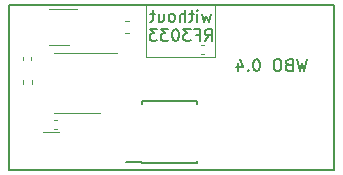
<source format=gbo>
G04 #@! TF.GenerationSoftware,KiCad,Pcbnew,(6.0.8)*
G04 #@! TF.CreationDate,2022-12-14T13:47:10+03:00*
G04 #@! TF.ProjectId,hellen1-wbo,68656c6c-656e-4312-9d77-626f2e6b6963,0.3*
G04 #@! TF.SameCoordinates,PX4a19ba0PY5aa5910*
G04 #@! TF.FileFunction,Legend,Bot*
G04 #@! TF.FilePolarity,Positive*
%FSLAX46Y46*%
G04 Gerber Fmt 4.6, Leading zero omitted, Abs format (unit mm)*
G04 Created by KiCad (PCBNEW (6.0.8)) date 2022-12-14 13:47:10*
%MOMM*%
%LPD*%
G01*
G04 APERTURE LIST*
%ADD10C,0.120000*%
%ADD11C,0.150000*%
%ADD12C,0.200000*%
G04 APERTURE END LIST*
D10*
X17500000Y9650000D02*
X11700000Y9650000D01*
X17500000Y9650000D02*
X17500000Y14015000D01*
X11700000Y9650000D02*
X11700000Y13990000D01*
D11*
X17167619Y13289286D02*
X16977142Y12622620D01*
X16786666Y13098810D01*
X16596190Y12622620D01*
X16405714Y13289286D01*
X16024761Y12622620D02*
X16024761Y13289286D01*
X16024761Y13622620D02*
X16072380Y13575000D01*
X16024761Y13527381D01*
X15977142Y13575000D01*
X16024761Y13622620D01*
X16024761Y13527381D01*
X15691428Y13289286D02*
X15310476Y13289286D01*
X15548571Y13622620D02*
X15548571Y12765477D01*
X15500952Y12670239D01*
X15405714Y12622620D01*
X15310476Y12622620D01*
X14977142Y12622620D02*
X14977142Y13622620D01*
X14548571Y12622620D02*
X14548571Y13146429D01*
X14596190Y13241667D01*
X14691428Y13289286D01*
X14834285Y13289286D01*
X14929523Y13241667D01*
X14977142Y13194048D01*
X13929523Y12622620D02*
X14024761Y12670239D01*
X14072380Y12717858D01*
X14120000Y12813096D01*
X14120000Y13098810D01*
X14072380Y13194048D01*
X14024761Y13241667D01*
X13929523Y13289286D01*
X13786666Y13289286D01*
X13691428Y13241667D01*
X13643809Y13194048D01*
X13596190Y13098810D01*
X13596190Y12813096D01*
X13643809Y12717858D01*
X13691428Y12670239D01*
X13786666Y12622620D01*
X13929523Y12622620D01*
X12739047Y13289286D02*
X12739047Y12622620D01*
X13167619Y13289286D02*
X13167619Y12765477D01*
X13120000Y12670239D01*
X13024761Y12622620D01*
X12881904Y12622620D01*
X12786666Y12670239D01*
X12739047Y12717858D01*
X12405714Y13289286D02*
X12024761Y13289286D01*
X12262857Y13622620D02*
X12262857Y12765477D01*
X12215238Y12670239D01*
X12120000Y12622620D01*
X12024761Y12622620D01*
X16643809Y11012620D02*
X16977142Y11488810D01*
X17215238Y11012620D02*
X17215238Y12012620D01*
X16834285Y12012620D01*
X16739047Y11965000D01*
X16691428Y11917381D01*
X16643809Y11822143D01*
X16643809Y11679286D01*
X16691428Y11584048D01*
X16739047Y11536429D01*
X16834285Y11488810D01*
X17215238Y11488810D01*
X15881904Y11536429D02*
X16215238Y11536429D01*
X16215238Y11012620D02*
X16215238Y12012620D01*
X15739047Y12012620D01*
X15453333Y12012620D02*
X14834285Y12012620D01*
X15167619Y11631667D01*
X15024761Y11631667D01*
X14929523Y11584048D01*
X14881904Y11536429D01*
X14834285Y11441191D01*
X14834285Y11203096D01*
X14881904Y11107858D01*
X14929523Y11060239D01*
X15024761Y11012620D01*
X15310476Y11012620D01*
X15405714Y11060239D01*
X15453333Y11107858D01*
X14215238Y12012620D02*
X14120000Y12012620D01*
X14024761Y11965000D01*
X13977142Y11917381D01*
X13929523Y11822143D01*
X13881904Y11631667D01*
X13881904Y11393572D01*
X13929523Y11203096D01*
X13977142Y11107858D01*
X14024761Y11060239D01*
X14120000Y11012620D01*
X14215238Y11012620D01*
X14310476Y11060239D01*
X14358095Y11107858D01*
X14405714Y11203096D01*
X14453333Y11393572D01*
X14453333Y11631667D01*
X14405714Y11822143D01*
X14358095Y11917381D01*
X14310476Y11965000D01*
X14215238Y12012620D01*
X13548571Y12012620D02*
X12929523Y12012620D01*
X13262857Y11631667D01*
X13120000Y11631667D01*
X13024761Y11584048D01*
X12977142Y11536429D01*
X12929523Y11441191D01*
X12929523Y11203096D01*
X12977142Y11107858D01*
X13024761Y11060239D01*
X13120000Y11012620D01*
X13405714Y11012620D01*
X13500952Y11060239D01*
X13548571Y11107858D01*
X12596190Y12012620D02*
X11977142Y12012620D01*
X12310476Y11631667D01*
X12167619Y11631667D01*
X12072380Y11584048D01*
X12024761Y11536429D01*
X11977142Y11441191D01*
X11977142Y11203096D01*
X12024761Y11107858D01*
X12072380Y11060239D01*
X12167619Y11012620D01*
X12453333Y11012620D01*
X12548571Y11060239D01*
X12596190Y11107858D01*
X25323809Y9447620D02*
X25085714Y8447620D01*
X24895238Y9161905D01*
X24704761Y8447620D01*
X24466666Y9447620D01*
X23752380Y8971429D02*
X23609523Y8923810D01*
X23561904Y8876191D01*
X23514285Y8780953D01*
X23514285Y8638096D01*
X23561904Y8542858D01*
X23609523Y8495239D01*
X23704761Y8447620D01*
X24085714Y8447620D01*
X24085714Y9447620D01*
X23752380Y9447620D01*
X23657142Y9400000D01*
X23609523Y9352381D01*
X23561904Y9257143D01*
X23561904Y9161905D01*
X23609523Y9066667D01*
X23657142Y9019048D01*
X23752380Y8971429D01*
X24085714Y8971429D01*
X22895238Y9447620D02*
X22704761Y9447620D01*
X22609523Y9400000D01*
X22514285Y9304762D01*
X22466666Y9114286D01*
X22466666Y8780953D01*
X22514285Y8590477D01*
X22609523Y8495239D01*
X22704761Y8447620D01*
X22895238Y8447620D01*
X22990476Y8495239D01*
X23085714Y8590477D01*
X23133333Y8780953D01*
X23133333Y9114286D01*
X23085714Y9304762D01*
X22990476Y9400000D01*
X22895238Y9447620D01*
X21085714Y9447620D02*
X20990476Y9447620D01*
X20895238Y9400000D01*
X20847619Y9352381D01*
X20800000Y9257143D01*
X20752380Y9066667D01*
X20752380Y8828572D01*
X20800000Y8638096D01*
X20847619Y8542858D01*
X20895238Y8495239D01*
X20990476Y8447620D01*
X21085714Y8447620D01*
X21180952Y8495239D01*
X21228571Y8542858D01*
X21276190Y8638096D01*
X21323809Y8828572D01*
X21323809Y9066667D01*
X21276190Y9257143D01*
X21228571Y9352381D01*
X21180952Y9400000D01*
X21085714Y9447620D01*
X20323809Y8542858D02*
X20276190Y8495239D01*
X20323809Y8447620D01*
X20371428Y8495239D01*
X20323809Y8542858D01*
X20323809Y8447620D01*
X19419047Y9114286D02*
X19419047Y8447620D01*
X19657142Y9495239D02*
X19895238Y8780953D01*
X19276190Y8780953D01*
D12*
G04 #@! TO.C,M600*
X27600000Y14000000D02*
X100000Y14000000D01*
X100000Y14000000D02*
X100000Y100000D01*
X100000Y100000D02*
X27600000Y100000D01*
X27600000Y100000D02*
X27600000Y14000000D01*
D10*
G04 #@! TO.C,R609*
X10187779Y11640000D02*
X9862221Y11640000D01*
X10187779Y12660000D02*
X9862221Y12660000D01*
D11*
G04 #@! TO.C,U600*
X11325000Y5875000D02*
X11325000Y5650000D01*
X11325000Y625000D02*
X15975000Y625000D01*
X15975000Y5875000D02*
X15975000Y5650000D01*
X15975000Y625000D02*
X15975000Y850000D01*
X11325000Y5875000D02*
X15975000Y5875000D01*
X11325000Y625000D02*
X11325000Y750000D01*
X11325000Y750000D02*
X9975000Y750000D01*
D10*
G04 #@! TO.C,U601*
X5180000Y10615000D02*
X3420000Y10615000D01*
X3420000Y13685000D02*
X5850000Y13685000D01*
G04 #@! TO.C,C618*
X3917100Y3565000D02*
X4132772Y3565000D01*
X3917100Y4285000D02*
X4132772Y4285000D01*
G04 #@! TO.C,R630*
X16593641Y10620000D02*
X16286359Y10620000D01*
X16593641Y9860000D02*
X16286359Y9860000D01*
G04 #@! TO.C,R629*
X1230000Y7360011D02*
X1230000Y7667293D01*
X1990000Y7360011D02*
X1990000Y7667293D01*
G04 #@! TO.C,D604*
X3625000Y3310000D02*
X4275000Y3310000D01*
X3625000Y190000D02*
X1950000Y190000D01*
X3625000Y190000D02*
X4275000Y190000D01*
X3625000Y3310000D02*
X2975000Y3310000D01*
G04 #@! TO.C,C617*
X1240000Y9632464D02*
X1240000Y9416792D01*
X1960000Y9632464D02*
X1960000Y9416792D01*
G04 #@! TO.C,U605*
X5800000Y10009628D02*
X3850000Y10009628D01*
X5800000Y10009628D02*
X9250000Y10009628D01*
X5800000Y4889628D02*
X7750000Y4889628D01*
X5800000Y4889628D02*
X3850000Y4889628D01*
G04 #@! TD*
M02*

</source>
